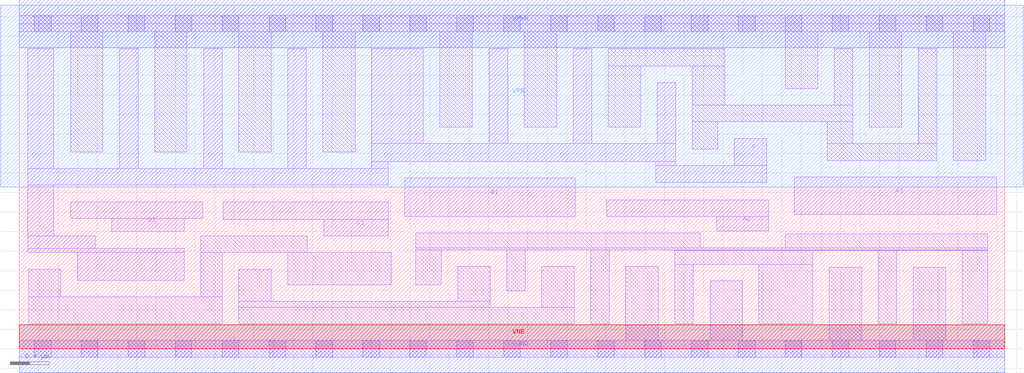
<source format=lef>
# Copyright 2020 The SkyWater PDK Authors
#
# Licensed under the Apache License, Version 2.0 (the "License");
# you may not use this file except in compliance with the License.
# You may obtain a copy of the License at
#
#     https://www.apache.org/licenses/LICENSE-2.0
#
# Unless required by applicable law or agreed to in writing, software
# distributed under the License is distributed on an "AS IS" BASIS,
# WITHOUT WARRANTIES OR CONDITIONS OF ANY KIND, either express or implied.
# See the License for the specific language governing permissions and
# limitations under the License.
#
# SPDX-License-Identifier: Apache-2.0

VERSION 5.7 ;
  NOWIREEXTENSIONATPIN ON ;
  DIVIDERCHAR "/" ;
  BUSBITCHARS "[]" ;
MACRO sky130_fd_sc_lp__o2111ai_4
  CLASS CORE ;
  FOREIGN sky130_fd_sc_lp__o2111ai_4 ;
  ORIGIN  0.000000  0.000000 ;
  SIZE  10.08000 BY  3.330000 ;
  SYMMETRY X Y R90 ;
  SITE unit ;
  PIN A1
    ANTENNAGATEAREA  1.260000 ;
    DIRECTION INPUT ;
    USE SIGNAL ;
    PORT
      LAYER li1 ;
        RECT 7.925000 1.375000 9.995000 1.760000 ;
    END
  END A1
  PIN A2
    ANTENNAGATEAREA  1.260000 ;
    DIRECTION INPUT ;
    USE SIGNAL ;
    PORT
      LAYER li1 ;
        RECT 6.010000 1.355000 7.665000 1.525000 ;
        RECT 7.135000 1.205000 7.665000 1.355000 ;
    END
  END A2
  PIN B1
    ANTENNAGATEAREA  1.260000 ;
    DIRECTION INPUT ;
    USE SIGNAL ;
    PORT
      LAYER li1 ;
        RECT 3.945000 1.355000 5.685000 1.750000 ;
    END
  END B1
  PIN C1
    ANTENNAGATEAREA  1.260000 ;
    DIRECTION INPUT ;
    USE SIGNAL ;
    PORT
      LAYER li1 ;
        RECT 2.085000 1.325000 3.775000 1.505000 ;
        RECT 3.115000 1.155000 3.775000 1.325000 ;
    END
  END C1
  PIN D1
    ANTENNAGATEAREA  1.260000 ;
    DIRECTION INPUT ;
    USE SIGNAL ;
    PORT
      LAYER li1 ;
        RECT 0.525000 1.335000 1.875000 1.505000 ;
        RECT 0.945000 1.200000 1.685000 1.335000 ;
    END
  END D1
  PIN Y
    ANTENNADIFFAREA  4.036200 ;
    DIRECTION OUTPUT ;
    USE SIGNAL ;
    PORT
      LAYER li1 ;
        RECT 0.085000 0.985000 1.685000 1.030000 ;
        RECT 0.085000 1.030000 0.775000 1.155000 ;
        RECT 0.085000 1.155000 0.355000 1.675000 ;
        RECT 0.085000 1.675000 3.775000 1.845000 ;
        RECT 0.085000 1.845000 0.355000 3.075000 ;
        RECT 0.595000 0.700000 1.685000 0.985000 ;
        RECT 1.025000 1.845000 1.215000 3.075000 ;
        RECT 1.885000 1.845000 2.075000 3.075000 ;
        RECT 2.745000 1.845000 2.935000 3.075000 ;
        RECT 3.605000 1.845000 3.775000 1.920000 ;
        RECT 3.605000 1.920000 6.715000 2.100000 ;
        RECT 3.605000 2.100000 4.130000 3.075000 ;
        RECT 4.805000 2.100000 4.995000 3.075000 ;
        RECT 5.665000 2.100000 5.855000 3.075000 ;
        RECT 6.510000 1.705000 7.645000 1.875000 ;
        RECT 6.510000 1.875000 6.715000 1.920000 ;
        RECT 6.525000 2.100000 6.715000 2.725000 ;
        RECT 7.315000 1.875000 7.645000 2.155000 ;
    END
  END Y
  PIN VGND
    DIRECTION INOUT ;
    USE GROUND ;
    PORT
      LAYER met1 ;
        RECT 0.000000 -0.245000 10.080000 0.245000 ;
    END
  END VGND
  PIN VNB
    DIRECTION INOUT ;
    USE GROUND ;
    PORT
      LAYER pwell ;
        RECT 0.000000 0.000000 10.080000 0.245000 ;
    END
  END VNB
  PIN VPB
    DIRECTION INOUT ;
    USE POWER ;
    PORT
      LAYER nwell ;
        RECT -0.190000 1.655000 10.270000 3.520000 ;
    END
  END VPB
  PIN VPWR
    DIRECTION INOUT ;
    USE POWER ;
    PORT
      LAYER met1 ;
        RECT 0.000000 3.085000 10.080000 3.575000 ;
    END
  END VPWR
  OBS
    LAYER li1 ;
      RECT 0.000000 -0.085000 10.080000 0.085000 ;
      RECT 0.000000  3.245000 10.080000 3.415000 ;
      RECT 0.095000  0.255000  2.075000 0.530000 ;
      RECT 0.095000  0.530000  0.425000 0.815000 ;
      RECT 0.525000  2.015000  0.855000 3.245000 ;
      RECT 1.385000  2.015000  1.715000 3.245000 ;
      RECT 1.855000  0.530000  2.075000 0.985000 ;
      RECT 1.855000  0.985000  2.945000 1.155000 ;
      RECT 2.245000  0.255000  5.675000 0.425000 ;
      RECT 2.245000  0.425000  4.815000 0.485000 ;
      RECT 2.245000  0.485000  2.575000 0.815000 ;
      RECT 2.245000  2.015000  2.575000 3.245000 ;
      RECT 2.745000  0.655000  3.805000 0.985000 ;
      RECT 3.105000  2.015000  3.435000 3.245000 ;
      RECT 4.055000  0.655000  4.315000 1.015000 ;
      RECT 4.055000  1.015000  9.905000 1.035000 ;
      RECT 4.055000  1.035000  6.965000 1.185000 ;
      RECT 4.300000  2.270000  4.635000 3.245000 ;
      RECT 4.485000  0.485000  4.815000 0.845000 ;
      RECT 4.985000  0.595000  5.175000 1.015000 ;
      RECT 5.165000  2.270000  5.495000 3.245000 ;
      RECT 5.345000  0.425000  5.675000 0.845000 ;
      RECT 5.845000  0.255000  6.035000 1.015000 ;
      RECT 6.025000  2.270000  6.355000 2.895000 ;
      RECT 6.025000  2.895000  7.215000 3.075000 ;
      RECT 6.205000  0.085000  6.535000 0.845000 ;
      RECT 6.705000  0.255000  6.895000 0.865000 ;
      RECT 6.705000  0.865000  8.115000 1.005000 ;
      RECT 6.705000  1.005000  9.905000 1.015000 ;
      RECT 6.885000  2.045000  7.145000 2.325000 ;
      RECT 6.885000  2.325000  8.525000 2.495000 ;
      RECT 6.885000  2.495000  7.215000 2.895000 ;
      RECT 7.065000  0.085000  7.395000 0.695000 ;
      RECT 7.565000  0.255000  8.115000 0.865000 ;
      RECT 7.835000  1.035000  9.905000 1.175000 ;
      RECT 7.835000  2.665000  8.165000 3.245000 ;
      RECT 8.265000  1.930000  9.385000 2.100000 ;
      RECT 8.265000  2.100000  8.525000 2.325000 ;
      RECT 8.285000  0.085000  8.615000 0.835000 ;
      RECT 8.335000  2.495000  8.525000 3.075000 ;
      RECT 8.695000  2.270000  9.025000 3.245000 ;
      RECT 8.785000  0.255000  8.975000 1.005000 ;
      RECT 9.145000  0.085000  9.475000 0.835000 ;
      RECT 9.195000  2.100000  9.385000 3.075000 ;
      RECT 9.555000  1.930000  9.885000 3.245000 ;
      RECT 9.645000  0.255000  9.905000 1.005000 ;
    LAYER mcon ;
      RECT 0.155000 -0.085000 0.325000 0.085000 ;
      RECT 0.155000  3.245000 0.325000 3.415000 ;
      RECT 0.635000 -0.085000 0.805000 0.085000 ;
      RECT 0.635000  3.245000 0.805000 3.415000 ;
      RECT 1.115000 -0.085000 1.285000 0.085000 ;
      RECT 1.115000  3.245000 1.285000 3.415000 ;
      RECT 1.595000 -0.085000 1.765000 0.085000 ;
      RECT 1.595000  3.245000 1.765000 3.415000 ;
      RECT 2.075000 -0.085000 2.245000 0.085000 ;
      RECT 2.075000  3.245000 2.245000 3.415000 ;
      RECT 2.555000 -0.085000 2.725000 0.085000 ;
      RECT 2.555000  3.245000 2.725000 3.415000 ;
      RECT 3.035000 -0.085000 3.205000 0.085000 ;
      RECT 3.035000  3.245000 3.205000 3.415000 ;
      RECT 3.515000 -0.085000 3.685000 0.085000 ;
      RECT 3.515000  3.245000 3.685000 3.415000 ;
      RECT 3.995000 -0.085000 4.165000 0.085000 ;
      RECT 3.995000  3.245000 4.165000 3.415000 ;
      RECT 4.475000 -0.085000 4.645000 0.085000 ;
      RECT 4.475000  3.245000 4.645000 3.415000 ;
      RECT 4.955000 -0.085000 5.125000 0.085000 ;
      RECT 4.955000  3.245000 5.125000 3.415000 ;
      RECT 5.435000 -0.085000 5.605000 0.085000 ;
      RECT 5.435000  3.245000 5.605000 3.415000 ;
      RECT 5.915000 -0.085000 6.085000 0.085000 ;
      RECT 5.915000  3.245000 6.085000 3.415000 ;
      RECT 6.395000 -0.085000 6.565000 0.085000 ;
      RECT 6.395000  3.245000 6.565000 3.415000 ;
      RECT 6.875000 -0.085000 7.045000 0.085000 ;
      RECT 6.875000  3.245000 7.045000 3.415000 ;
      RECT 7.355000 -0.085000 7.525000 0.085000 ;
      RECT 7.355000  3.245000 7.525000 3.415000 ;
      RECT 7.835000 -0.085000 8.005000 0.085000 ;
      RECT 7.835000  3.245000 8.005000 3.415000 ;
      RECT 8.315000 -0.085000 8.485000 0.085000 ;
      RECT 8.315000  3.245000 8.485000 3.415000 ;
      RECT 8.795000 -0.085000 8.965000 0.085000 ;
      RECT 8.795000  3.245000 8.965000 3.415000 ;
      RECT 9.275000 -0.085000 9.445000 0.085000 ;
      RECT 9.275000  3.245000 9.445000 3.415000 ;
      RECT 9.755000 -0.085000 9.925000 0.085000 ;
      RECT 9.755000  3.245000 9.925000 3.415000 ;
  END
END sky130_fd_sc_lp__o2111ai_4
END LIBRARY

</source>
